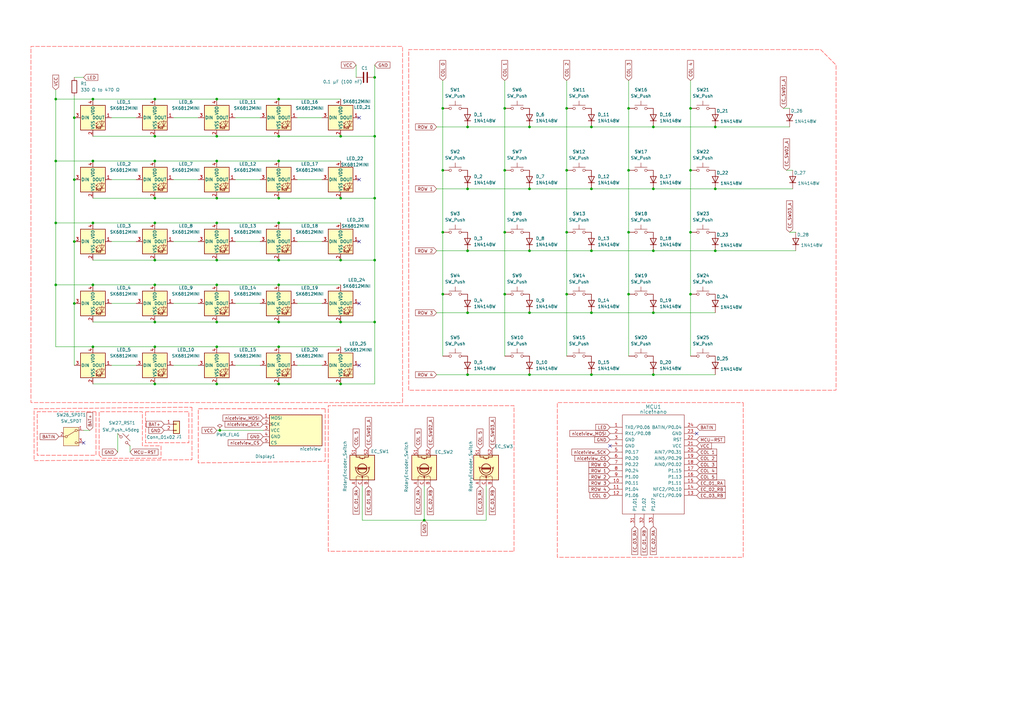
<source format=kicad_sch>
(kicad_sch (version 20250114) (generator "eeschema") (generator_version "9.0")
  (paper "A3")
  (title_block (title "lasipK's_ModuPad_v2"))
  (junction (at 232.41 95.25))
  (junction (at 114.3 132.08))
  (junction (at 217.17 52.07))
  (junction (at 191.77 153.67))
  (junction (at 63.5 81.28))
  (junction (at 88.9 157.48))
  (junction (at 114.3 116.84))
  (junction (at 114.3 66.04))
  (junction (at 207.01 44.45))
  (junction (at 139.7 106.68))
  (junction (at 88.9 106.68))
  (junction (at 232.41 44.45))
  (junction (at 242.57 153.67))
  (junction (at 63.5 91.44))
  (junction (at 88.9 132.08))
  (junction (at 242.57 128.27))
  (junction (at 63.5 66.04))
  (junction (at 181.61 95.25))
  (junction (at 88.9 116.84))
  (junction (at 114.3 106.68))
  (junction (at 153.67 106.68))
  (junction (at 257.81 44.45))
  (junction (at 88.9 81.28))
  (junction (at 114.3 55.88))
  (junction (at 63.5 157.48))
  (junction (at 257.81 69.85))
  (junction (at 63.5 132.08))
  (junction (at 181.61 44.45))
  (junction (at 22.86 40.64))
  (junction (at 267.97 153.67))
  (junction (at 173.99 213.36))
  (junction (at 139.7 157.48))
  (junction (at 283.21 95.25))
  (junction (at 207.01 69.85))
  (junction (at 22.86 91.44))
  (junction (at 63.5 40.64))
  (junction (at 88.9 91.44))
  (junction (at 153.67 132.08))
  (junction (at 88.9 142.24))
  (junction (at 267.97 52.07))
  (junction (at 38.1 142.24))
  (junction (at 217.17 102.87))
  (junction (at 232.41 69.85))
  (junction (at 139.7 55.88))
  (junction (at 38.1 91.44))
  (junction (at 293.37 102.87))
  (junction (at 63.5 116.84))
  (junction (at 153.67 31.75))
  (junction (at 257.81 120.65))
  (junction (at 283.21 120.65))
  (junction (at 267.97 128.27))
  (junction (at 153.67 55.88))
  (junction (at 191.77 77.47))
  (junction (at 242.57 77.47))
  (junction (at 267.97 102.87))
  (junction (at 22.86 116.84))
  (junction (at 181.61 120.65))
  (junction (at 191.77 52.07))
  (junction (at 30.48 48.26))
  (junction (at 181.61 69.85))
  (junction (at 139.7 132.08))
  (junction (at 90.17 176.53))
  (junction (at 232.41 120.65))
  (junction (at 38.1 116.84))
  (junction (at 191.77 128.27))
  (junction (at 139.7 81.28))
  (junction (at 283.21 69.85))
  (junction (at 207.01 95.25))
  (junction (at 207.01 120.65))
  (junction (at 114.3 142.24))
  (junction (at 30.48 99.06))
  (junction (at 38.1 40.64))
  (junction (at 114.3 40.64))
  (junction (at 293.37 52.07))
  (junction (at 114.3 81.28))
  (junction (at 217.17 77.47))
  (junction (at 217.17 153.67))
  (junction (at 88.9 40.64))
  (junction (at 257.81 95.25))
  (junction (at 114.3 157.48))
  (junction (at 63.5 142.24))
  (junction (at 88.9 55.88))
  (junction (at 293.37 77.47))
  (junction (at 242.57 102.87))
  (junction (at 63.5 55.88))
  (junction (at 30.48 73.66))
  (junction (at 88.9 66.04))
  (junction (at 217.17 128.27))
  (junction (at 63.5 106.68))
  (junction (at 283.21 44.45))
  (junction (at 38.1 66.04))
  (junction (at 30.48 124.46))
  (junction (at 153.67 81.28))
  (junction (at 191.77 102.87))
  (junction (at 267.97 77.47))
  (junction (at 22.86 66.04))
  (junction (at 242.57 52.07))
  (junction (at 114.3 91.44))
  (no_connect (at 147.32 48.26))
  (no_connect (at 250.19 182.88))
  (no_connect (at 34.29 181.61))
  (no_connect (at 147.32 73.66))
  (no_connect (at 147.32 124.46))
  (no_connect (at 147.32 149.86))
  (no_connect (at 285.75 177.8))
  (no_connect (at 147.32 99.06))
  (wire (pts (xy 267.97 52.07) (xy 293.37 52.07)))
  (wire (pts (xy 293.37 102.87) (xy 326.39 102.87)))
  (wire (pts (xy 181.61 69.85) (xy 181.61 95.25)))
  (wire (pts (xy 153.67 106.68) (xy 153.67 81.28)))
  (wire (pts (xy 283.21 69.85) (xy 283.21 95.25)))
  (wire (pts (xy 63.5 142.24) (xy 38.1 142.24)))
  (wire (pts (xy 114.3 66.04) (xy 88.9 66.04)))
  (wire (pts (xy 36.83 176.53) (xy 34.29 176.53)))
  (wire (pts (xy 71.12 99.06) (xy 81.28 99.06)))
  (wire (pts (xy 139.7 91.44) (xy 114.3 91.44)))
  (wire (pts (xy 217.17 52.07) (xy 242.57 52.07)))
  (wire (pts (xy 114.3 40.64) (xy 139.7 40.64)))
  (wire (pts (xy 45.72 149.86) (xy 55.88 149.86)))
  (wire (pts (xy 96.52 124.46) (xy 106.68 124.46)))
  (wire (pts (xy 181.61 44.45) (xy 181.61 69.85)))
  (wire (pts (xy 38.1 40.64) (xy 63.5 40.64)))
  (wire (pts (xy 139.7 132.08) (xy 153.67 132.08)))
  (wire (pts (xy 146.05 26.67) (xy 146.05 31.75)))
  (wire (pts (xy 325.12 69.85) (xy 322.58 69.85)))
  (wire (pts (xy 38.1 66.04) (xy 22.86 66.04)))
  (wire (pts (xy 96.52 73.66) (xy 106.68 73.66)))
  (wire (pts (xy 293.37 52.07) (xy 323.85 52.07)))
  (wire (pts (xy 217.17 102.87) (xy 242.57 102.87)))
  (wire (pts (xy 88.9 81.28) (xy 114.3 81.28)))
  (wire (pts (xy 88.9 55.88) (xy 114.3 55.88)))
  (wire (pts (xy 38.1 142.24) (xy 22.86 142.24)))
  (wire (pts (xy 153.67 157.48) (xy 153.67 132.08)))
  (wire (pts (xy 30.48 39.37) (xy 30.48 48.26)))
  (wire (pts (xy 207.01 120.65) (xy 207.01 146.05)))
  (wire (pts (xy 121.92 149.86) (xy 132.08 149.86)))
  (wire (pts (xy 257.81 44.45) (xy 257.81 69.85)))
  (wire (pts (xy 38.1 91.44) (xy 22.86 91.44)))
  (wire (pts (xy 22.86 116.84) (xy 22.86 91.44)))
  (wire (pts (xy 267.97 102.87) (xy 293.37 102.87)))
  (wire (pts (xy 207.01 69.85) (xy 207.01 95.25)))
  (wire (pts (xy 88.9 106.68) (xy 114.3 106.68)))
  (wire (pts (xy 139.7 142.24) (xy 114.3 142.24)))
  (wire (pts (xy 90.17 176.53) (xy 107.95 176.53)))
  (wire (pts (xy 121.92 99.06) (xy 132.08 99.06)))
  (wire (pts (xy 30.48 124.46) (xy 30.48 149.86)))
  (wire (pts (xy 139.7 157.48) (xy 153.67 157.48)))
  (wire (pts (xy 22.86 66.04) (xy 22.86 40.64)))
  (wire (pts (xy 71.12 73.66) (xy 81.28 73.66)))
  (wire (pts (xy 63.5 81.28) (xy 88.9 81.28)))
  (wire (pts (xy 63.5 91.44) (xy 38.1 91.44)))
  (wire (pts (xy 232.41 44.45) (xy 232.41 69.85)))
  (wire (pts (xy 326.39 95.25) (xy 323.85 95.25)))
  (wire (pts (xy 30.48 99.06) (xy 30.48 124.46)))
  (wire (pts (xy 121.92 48.26) (xy 132.08 48.26)))
  (wire (pts (xy 148.59 199.39) (xy 148.59 213.36)))
  (wire (pts (xy 191.77 77.47) (xy 217.17 77.47)))
  (wire (pts (xy 181.61 120.65) (xy 181.61 146.05)))
  (wire (pts (xy 96.52 149.86) (xy 106.68 149.86)))
  (wire (pts (xy 181.61 95.25) (xy 181.61 120.65)))
  (wire (pts (xy 38.1 157.48) (xy 63.5 157.48)))
  (wire (pts (xy 267.97 77.47) (xy 293.37 77.47)))
  (wire (pts (xy 114.3 157.48) (xy 139.7 157.48)))
  (wire (pts (xy 63.5 55.88) (xy 88.9 55.88)))
  (wire (pts (xy 88.9 176.53) (xy 90.17 176.53)))
  (wire (pts (xy 283.21 44.45) (xy 283.21 69.85)))
  (wire (pts (xy 191.77 52.07) (xy 217.17 52.07)))
  (wire (pts (xy 232.41 95.25) (xy 232.41 120.65)))
  (wire (pts (xy 139.7 66.04) (xy 114.3 66.04)))
  (wire (pts (xy 191.77 102.87) (xy 217.17 102.87)))
  (wire (pts (xy 114.3 81.28) (xy 139.7 81.28)))
  (wire (pts (xy 114.3 142.24) (xy 88.9 142.24)))
  (wire (pts (xy 63.5 40.64) (xy 88.9 40.64)))
  (wire (pts (xy 173.99 199.39) (xy 173.99 213.36)))
  (wire (pts (xy 267.97 153.67) (xy 293.37 153.67)))
  (wire (pts (xy 191.77 153.67) (xy 217.17 153.67)))
  (wire (pts (xy 153.67 26.67) (xy 153.67 31.75)))
  (wire (pts (xy 45.72 48.26) (xy 55.88 48.26)))
  (wire (pts (xy 267.97 128.27) (xy 293.37 128.27)))
  (wire (pts (xy 121.92 73.66) (xy 132.08 73.66)))
  (wire (pts (xy 179.07 128.27) (xy 191.77 128.27)))
  (wire (pts (xy 283.21 95.25) (xy 283.21 120.65)))
  (wire (pts (xy 63.5 116.84) (xy 38.1 116.84)))
  (wire (pts (xy 114.3 132.08) (xy 139.7 132.08)))
  (wire (pts (xy 88.9 40.64) (xy 114.3 40.64)))
  (wire (pts (xy 22.86 36.83) (xy 22.86 40.64)))
  (wire (pts (xy 38.1 132.08) (xy 63.5 132.08)))
  (wire (pts (xy 217.17 153.67) (xy 242.57 153.67)))
  (wire (pts (xy 207.01 33.02) (xy 207.01 44.45)))
  (wire (pts (xy 283.21 33.02) (xy 283.21 44.45)))
  (wire (pts (xy 179.07 52.07) (xy 191.77 52.07)))
  (wire (pts (xy 48.26 177.8) (xy 48.26 185.42)))
  (wire (pts (xy 257.81 120.65) (xy 257.81 146.05)))
  (wire (pts (xy 88.9 142.24) (xy 63.5 142.24)))
  (wire (pts (xy 38.1 81.28) (xy 63.5 81.28)))
  (wire (pts (xy 45.72 73.66) (xy 55.88 73.66)))
  (wire (pts (xy 139.7 116.84) (xy 114.3 116.84)))
  (wire (pts (xy 88.9 91.44) (xy 63.5 91.44)))
  (wire (pts (xy 22.86 91.44) (xy 22.86 66.04)))
  (wire (pts (xy 22.86 142.24) (xy 22.86 116.84)))
  (wire (pts (xy 179.07 77.47) (xy 191.77 77.47)))
  (wire (pts (xy 45.72 99.06) (xy 55.88 99.06)))
  (wire (pts (xy 53.34 182.88) (xy 53.34 185.42)))
  (wire (pts (xy 38.1 116.84) (xy 22.86 116.84)))
  (wire (pts (xy 38.1 106.68) (xy 63.5 106.68)))
  (wire (pts (xy 22.86 40.64) (xy 38.1 40.64)))
  (wire (pts (xy 283.21 120.65) (xy 283.21 146.05)))
  (wire (pts (xy 63.5 157.48) (xy 88.9 157.48)))
  (wire (pts (xy 321.31 44.45) (xy 323.85 44.45)))
  (wire (pts (xy 242.57 153.67) (xy 267.97 153.67)))
  (wire (pts (xy 63.5 132.08) (xy 88.9 132.08)))
  (wire (pts (xy 30.48 73.66) (xy 30.48 99.06)))
  (wire (pts (xy 114.3 116.84) (xy 88.9 116.84)))
  (wire (pts (xy 139.7 55.88) (xy 153.67 55.88)))
  (wire (pts (xy 153.67 132.08) (xy 153.67 106.68)))
  (wire (pts (xy 242.57 128.27) (xy 267.97 128.27)))
  (wire (pts (xy 217.17 128.27) (xy 242.57 128.27)))
  (wire (pts (xy 181.61 33.02) (xy 181.61 44.45)))
  (wire (pts (xy 114.3 91.44) (xy 88.9 91.44)))
  (wire (pts (xy 88.9 66.04) (xy 63.5 66.04)))
  (wire (pts (xy 88.9 132.08) (xy 114.3 132.08)))
  (wire (pts (xy 179.07 153.67) (xy 191.77 153.67)))
  (wire (pts (xy 242.57 102.87) (xy 267.97 102.87)))
  (wire (pts (xy 207.01 95.25) (xy 207.01 120.65)))
  (wire (pts (xy 207.01 44.45) (xy 207.01 69.85)))
  (wire (pts (xy 242.57 52.07) (xy 267.97 52.07)))
  (wire (pts (xy 45.72 124.46) (xy 55.88 124.46)))
  (wire (pts (xy 63.5 106.68) (xy 88.9 106.68)))
  (wire (pts (xy 153.67 31.75) (xy 153.67 55.88)))
  (wire (pts (xy 199.39 213.36) (xy 173.99 213.36)))
  (wire (pts (xy 88.9 157.48) (xy 114.3 157.48)))
  (wire (pts (xy 148.59 213.36) (xy 173.99 213.36)))
  (wire (pts (xy 121.92 124.46) (xy 132.08 124.46)))
  (wire (pts (xy 63.5 66.04) (xy 38.1 66.04)))
  (wire (pts (xy 114.3 55.88) (xy 139.7 55.88)))
  (wire (pts (xy 139.7 106.68) (xy 153.67 106.68)))
  (wire (pts (xy 30.48 48.26) (xy 30.48 73.66)))
  (wire (pts (xy 96.52 48.26) (xy 106.68 48.26)))
  (wire (pts (xy 114.3 106.68) (xy 139.7 106.68)))
  (wire (pts (xy 257.81 33.02) (xy 257.81 44.45)))
  (wire (pts (xy 232.41 69.85) (xy 232.41 95.25)))
  (wire (pts (xy 71.12 124.46) (xy 81.28 124.46)))
  (wire (pts (xy 71.12 48.26) (xy 81.28 48.26)))
  (wire (pts (xy 179.07 102.87) (xy 191.77 102.87)))
  (wire (pts (xy 232.41 33.02) (xy 232.41 44.45)))
  (wire (pts (xy 34.29 31.75) (xy 30.48 31.75)))
  (wire (pts (xy 96.52 99.06) (xy 106.68 99.06)))
  (wire (pts (xy 191.77 128.27) (xy 217.17 128.27)))
  (wire (pts (xy 153.67 81.28) (xy 153.67 55.88)))
  (wire (pts (xy 242.57 77.47) (xy 267.97 77.47)))
  (wire (pts (xy 139.7 81.28) (xy 153.67 81.28)))
  (wire (pts (xy 71.12 149.86) (xy 81.28 149.86)))
  (wire (pts (xy 293.37 77.47) (xy 325.12 77.47)))
  (wire (pts (xy 257.81 95.25) (xy 257.81 120.65)))
  (wire (pts (xy 88.9 116.84) (xy 63.5 116.84)))
  (wire (pts (xy 257.81 69.85) (xy 257.81 95.25)))
  (wire (pts (xy 38.1 55.88) (xy 63.5 55.88)))
  (wire (pts (xy 232.41 120.65) (xy 232.41 146.05)))
  (wire (pts (xy 199.39 199.39) (xy 199.39 213.36)))
  (wire (pts (xy 217.17 77.47) (xy 242.57 77.47)))
  (global_label "COL 5" (shape input) (at 146.05 184.15 90) (property "Intersheetrefs" "${INTERSHEET_REFS}" (effects (hide yes))))
  (global_label "COL 5" (shape input) (at 171.45 184.15 90) (property "Intersheetrefs" "${INTERSHEET_REFS}" (effects (hide yes))))
  (global_label "COL 3" (shape input) (at 257.81 33.02 90) (property "Intersheetrefs" "${INTERSHEET_REFS}" (effects (hide yes))))
  (global_label "COL 5" (shape input) (at 196.85 184.15 90) (property "Intersheetrefs" "${INTERSHEET_REFS}" (effects (hide yes))))
  (global_label "ROW 0" (shape input) (at 250.19 190.5 180) (property "Intersheetrefs" "${INTERSHEET_REFS}" (effects (hide yes))))
  (global_label "ROW 4" (shape input) (at 179.07 153.67 180) (property "Intersheetrefs" "${INTERSHEET_REFS}" (effects (hide yes))))
  (global_label "VCC" (shape input) (at 22.86 36.83 90) (property "Intersheetrefs" "${INTERSHEET_REFS}" (effects (hide yes))))
  (global_label "MCU-RST" (shape input) (at 285.75 180.34 0) (property "Intersheetrefs" "${INTERSHEET_REFS}" (effects (hide yes))))
  (global_label "EC_SW01_A" (shape input) (at 321.31 44.45 90) (property "Intersheetrefs" "${INTERSHEET_REFS}" (effects (hide yes))))
  (global_label "EC_03_RB" (shape input) (at 285.75 203.2 0) (property "Intersheetrefs" "${INTERSHEET_REFS}" (effects (hide yes))))
  (global_label "LED" (shape input) (at 250.19 175.26 180) (property "Intersheetrefs" "${INTERSHEET_REFS}" (effects (hide yes))))
  (global_label "EC_SW02_A" (shape input) (at 322.58 69.85 90) (property "Intersheetrefs" "${INTERSHEET_REFS}" (effects (hide yes))))
  (global_label "ROW 3" (shape input) (at 179.07 128.27 180) (property "Intersheetrefs" "${INTERSHEET_REFS}" (effects (hide yes))))
  (global_label "EC_02_RA" (shape input) (at 267.97 215.9 270) (property "Intersheetrefs" "${INTERSHEET_REFS}" (effects (hide yes))))
  (global_label "GND" (shape input) (at 250.19 180.34 180) (property "Intersheetrefs" "${INTERSHEET_REFS}" (effects (hide yes))))
  (global_label "COL 2" (shape input) (at 285.75 187.96 0) (property "Intersheetrefs" "${INTERSHEET_REFS}" (effects (hide yes))))
  (global_label "LED" (shape input) (at 34.29 31.75 0) (property "Intersheetrefs" "${INTERSHEET_REFS}" (effects (hide yes))))
  (global_label "EC_01_RB" (shape input) (at 151.13 199.39 270) (property "Intersheetrefs" "${INTERSHEET_REFS}" (effects (hide yes))))
  (global_label "BATIN" (shape input) (at 24.13 179.07 180) (property "Intersheetrefs" "${INTERSHEET_REFS}" (effects (hide yes))))
  (global_label "EC_01_RA" (shape input) (at 285.75 198.12 0) (property "Intersheetrefs" "${INTERSHEET_REFS}" (effects (hide yes))))
  (global_label "GND" (shape input) (at 153.67 26.67 0) (property "Intersheetrefs" "${INTERSHEET_REFS}" (effects (hide yes))))
  (global_label "EC_02_RB" (shape input) (at 285.75 200.66 0) (property "Intersheetrefs" "${INTERSHEET_REFS}" (effects (hide yes))))
  (global_label "EC_01_RA" (shape input) (at 146.05 199.39 270) (property "Intersheetrefs" "${INTERSHEET_REFS}" (effects (hide yes))))
  (global_label "BAT+" (shape input) (at 67.31 173.99 180) (property "Intersheetrefs" "${INTERSHEET_REFS}" (effects (hide yes))))
  (global_label "nice!view_MOSI" (shape input) (at 107.95 171.45 180) (property "Intersheetrefs" "${INTERSHEET_REFS}" (effects (hide yes))))
  (global_label "nice!view_CS" (shape input) (at 107.95 181.61 180) (property "Intersheetrefs" "${INTERSHEET_REFS}" (effects (hide yes))))
  (global_label "nice!view_SCK" (shape input) (at 107.95 173.99 180) (property "Intersheetrefs" "${INTERSHEET_REFS}" (effects (hide yes))))
  (global_label "ROW 0" (shape input) (at 179.07 52.07 180) (property "Intersheetrefs" "${INTERSHEET_REFS}" (effects (hide yes))))
  (global_label "ROW 3" (shape input) (at 250.19 198.12 180) (property "Intersheetrefs" "${INTERSHEET_REFS}" (effects (hide yes))))
  (global_label "nice!view_MOSI" (shape input) (at 250.19 177.8 180) (property "Intersheetrefs" "${INTERSHEET_REFS}" (effects (hide yes))))
  (global_label "EC_02_RB" (shape input) (at 176.53 199.39 270) (property "Intersheetrefs" "${INTERSHEET_REFS}" (effects (hide yes))))
  (global_label "GND" (shape input) (at 173.99 213.36 270) (property "Intersheetrefs" "${INTERSHEET_REFS}" (effects (hide yes))))
  (global_label "COL 5" (shape input) (at 285.75 195.58 0) (property "Intersheetrefs" "${INTERSHEET_REFS}" (effects (hide yes))))
  (global_label "MCU-RST" (shape input) (at 53.34 185.42 0) (property "Intersheetrefs" "${INTERSHEET_REFS}" (effects (hide yes))))
  (global_label "nice!view_CS" (shape input) (at 250.19 187.96 180) (property "Intersheetrefs" "${INTERSHEET_REFS}" (effects (hide yes))))
  (global_label "GND" (shape input) (at 107.95 179.07 180) (property "Intersheetrefs" "${INTERSHEET_REFS}" (effects (hide yes))))
  (global_label "COL 4" (shape input) (at 283.21 33.02 90) (property "Intersheetrefs" "${INTERSHEET_REFS}" (effects (hide yes))))
  (global_label "EC_SW03_A" (shape input) (at 323.85 95.25 90) (property "Intersheetrefs" "${INTERSHEET_REFS}" (effects (hide yes))))
  (global_label "EC_SW03_A" (shape input) (at 201.93 184.15 90) (property "Intersheetrefs" "${INTERSHEET_REFS}" (effects (hide yes))))
  (global_label "COL 4" (shape input) (at 285.75 193.04 0) (property "Intersheetrefs" "${INTERSHEET_REFS}" (effects (hide yes))))
  (global_label "BATIN" (shape input) (at 285.75 175.26 0) (property "Intersheetrefs" "${INTERSHEET_REFS}" (effects (hide yes))))
  (global_label "EC_SW02_A" (shape input) (at 176.53 184.15 90) (property "Intersheetrefs" "${INTERSHEET_REFS}" (effects (hide yes))))
  (global_label "BAT+" (shape input) (at 36.83 176.53 90) (property "Intersheetrefs" "${INTERSHEET_REFS}" (effects (hide yes))))
  (global_label "GND" (shape input) (at 67.31 176.53 180) (property "Intersheetrefs" "${INTERSHEET_REFS}" (effects (hide yes))))
  (global_label "COL 0" (shape input) (at 181.61 33.02 90) (property "Intersheetrefs" "${INTERSHEET_REFS}" (effects (hide yes))))
  (global_label "EC_03_RA" (shape input) (at 260.35 215.9 270) (property "Intersheetrefs" "${INTERSHEET_REFS}" (effects (hide yes))))
  (global_label "COL 0" (shape input) (at 250.19 203.2 180) (property "Intersheetrefs" "${INTERSHEET_REFS}" (effects (hide yes))))
  (global_label "VCC" (shape input) (at 285.75 182.88 0) (property "Intersheetrefs" "${INTERSHEET_REFS}" (effects (hide yes))))
  (global_label "ROW 1" (shape input) (at 250.19 193.04 180) (property "Intersheetrefs" "${INTERSHEET_REFS}" (effects (hide yes))))
  (global_label "EC_01_RB" (shape input) (at 264.16 215.9 270) (property "Intersheetrefs" "${INTERSHEET_REFS}" (effects (hide yes))))
  (global_label "COL 1" (shape input) (at 285.75 185.42 0) (property "Intersheetrefs" "${INTERSHEET_REFS}" (effects (hide yes))))
  (global_label "COL 1" (shape input) (at 207.01 33.02 90) (property "Intersheetrefs" "${INTERSHEET_REFS}" (effects (hide yes))))
  (global_label "ROW 1" (shape input) (at 179.07 77.47 180) (property "Intersheetrefs" "${INTERSHEET_REFS}" (effects (hide yes))))
  (global_label "COL 3" (shape input) (at 285.75 190.5 0) (property "Intersheetrefs" "${INTERSHEET_REFS}" (effects (hide yes))))
  (global_label "nice!view_SCK" (shape input) (at 250.19 185.42 180) (property "Intersheetrefs" "${INTERSHEET_REFS}" (effects (hide yes))))
  (global_label "GND" (shape input) (at 48.26 185.42 180) (property "Intersheetrefs" "${INTERSHEET_REFS}" (effects (hide yes))))
  (global_label "VCC" (shape input) (at 146.05 26.67 180) (property "Intersheetrefs" "${INTERSHEET_REFS}" (effects (hide yes))))
  (global_label "ROW 2" (shape input) (at 179.07 102.87 180) (property "Intersheetrefs" "${INTERSHEET_REFS}" (effects (hide yes))))
  (global_label "ROW 2" (shape input) (at 250.19 195.58 180) (property "Intersheetrefs" "${INTERSHEET_REFS}" (effects (hide yes))))
  (global_label "EC_03_RB" (shape input) (at 201.93 199.39 270) (property "Intersheetrefs" "${INTERSHEET_REFS}" (effects (hide yes))))
  (global_label "EC_03_RA" (shape input) (at 196.85 199.39 270) (property "Intersheetrefs" "${INTERSHEET_REFS}" (effects (hide yes))))
  (global_label "VCC" (shape input) (at 88.9 176.53 180) (property "Intersheetrefs" "${INTERSHEET_REFS}" (effects (hide yes))))
  (global_label "EC_SW01_A" (shape input) (at 151.13 184.15 90) (property "Intersheetrefs" "${INTERSHEET_REFS}" (effects (hide yes))))
  (global_label "COL 2" (shape input) (at 232.41 33.02 90) (property "Intersheetrefs" "${INTERSHEET_REFS}" (effects (hide yes))))
  (global_label "EC_02_RA" (shape input) (at 171.45 199.39 270) (property "Intersheetrefs" "${INTERSHEET_REFS}" (effects (hide yes))))
  (global_label "ROW 4" (shape input) (at 250.19 200.66 180) (property "Intersheetrefs" "${INTERSHEET_REFS}" (effects (hide yes))))
  (rule_area (polyline (pts (xy 210.82 226.06) (xy 210.82 166.37) (xy 134.62 166.37) (xy 134.62 226.06)) (stroke (width 0) (type dash))))
  (rule_area (polyline (pts (xy 165.1 165.1) (xy 165.1 19.05) (xy 12.7 19.05) (xy 12.7 165.1)) (stroke (width 0) (type dash))))
  (rule_area (polyline (pts (xy 39.37 168.91) (xy 39.37 186.69) (xy 15.24 186.69) (xy 15.24 168.91)) (stroke (width 0) (type dash))))
  (rule_area (polyline (pts (xy 40.64 186.69) (xy 40.64 168.91) (xy 57.15 168.91) (xy 58.42 168.91) (xy 58.42 182.88) (xy 66.04 182.88) (xy 66.04 187.96) (xy 41.91 187.96)) (stroke (width 0) (type dash))))
  (rule_area (polyline (pts (xy 304.8 165.1) (xy 304.8 228.6) (xy 228.6 228.6) (xy 228.6 165.1)) (stroke (width 0) (type dash))))
  (rule_area (polyline (pts (xy 167.64 160.02) (xy 167.64 20.32) (xy 336.55 20.32) (xy 342.9 26.67) (xy 342.9 160.02)) (stroke (width 0) (type dash))))
  (rule_area (polyline (pts (xy 78.74 167.005) (xy 78.74 188.595) (xy 13.97 188.9124) (xy 13.97 167.64)) (stroke (width 0) (type dash))))
  (rule_area (polyline (pts (xy 133.35 167.64) (xy 81.28 167.64) (xy 81.28 189.865) (xy 133.35 189.23)) (stroke (width 0) (type dash))))
  (rule_area (polyline (pts (xy 59.69 168.91) (xy 59.69 181.61) (xy 77.47 181.61) (xy 77.47 168.91)) (stroke (width 0) (type dash))))
  (symbol (lib_id "LED:SK6812MINI") (at 88.9 149.86 0) (unit 1)
    (property "Reference" "LED_15" (at 101.6 143.4398 0))
    (property "Value" "SK6812MINI" (at 101.6 145.9798 0))
    (property "Footprint" "SK6812MINI-E:SK6812MINI-E" (effects (hide yes)))
    (property "Datasheet" "https://cdn-shop.adafruit.com/product-files/2686/SK6812MINI_REV.01-1-2.pdf" (effects (hide yes)))
    (property "Description" "RGB LED with integrated controller" (effects (hide yes)))
  )
  (symbol (lib_id "Diode:1N4148W") (at 242.57 124.46 90) (unit 1)
    (property "Reference" "D_14" (at 245.11 123.1899 90) (effects (justify right)))
    (property "Value" "1N4148W" (at 245.11 125.7299 90) (effects (justify right)))
    (property "Footprint" "Diode_SMD:D_SOD-123" (effects (hide yes)))
    (property "Datasheet" "https://www.vishay.com/docs/85748/1n4148w.pdf" (effects (hide yes)))
    (property "Description" "75V 0.15A Fast Switching Diode, SOD-123" (effects (hide yes)))
    (property "Sim.Device" "D" (effects (hide yes)))
    (property "Sim.Pins" "1=K 2=A" (effects (hide yes)))
  )
  (symbol (lib_id "Diode:1N4148W") (at 217.17 48.26 90) (unit 1)
    (property "Reference" "D_6" (at 219.71 46.9899 90) (effects (justify right)))
    (property "Value" "1N4148W" (at 219.71 49.5299 90) (effects (justify right)))
    (property "Footprint" "Diode_SMD:D_SOD-123" (effects (hide yes)))
    (property "Datasheet" "https://www.vishay.com/docs/85748/1n4148w.pdf" (effects (hide yes)))
    (property "Description" "75V 0.15A Fast Switching Diode, SOD-123" (effects (hide yes)))
    (property "Sim.Device" "D" (effects (hide yes)))
    (property "Sim.Pins" "1=K 2=A" (effects (hide yes)))
  )
  (symbol (lib_id "Diode:1N4148W") (at 217.17 124.46 90) (unit 1)
    (property "Reference" "D_9" (at 219.71 123.1899 90) (effects (justify right)))
    (property "Value" "1N4148W" (at 219.71 125.7299 90) (effects (justify right)))
    (property "Footprint" "Diode_SMD:D_SOD-123" (effects (hide yes)))
    (property "Datasheet" "https://www.vishay.com/docs/85748/1n4148w.pdf" (effects (hide yes)))
    (property "Description" "75V 0.15A Fast Switching Diode, SOD-123" (effects (hide yes)))
    (property "Sim.Device" "D" (effects (hide yes)))
    (property "Sim.Pins" "1=K 2=A" (effects (hide yes)))
  )
  (symbol (lib_id "Switch:SW_Push") (at 186.69 95.25 0) (unit 1)
    (property "Reference" "SW3" (at 186.69 87.63 0))
    (property "Value" "SW_Push" (at 186.69 90.17 0))
    (property "Footprint" "MX-Style-Cherry-Switches-with-Kilah-HotSwap-Socket:SW_MX_HS_CPG151101S11_1u" (effects (hide yes)))
    (property "Description" "Push button switch, generic, two pins" (effects (hide yes)))
  )
  (symbol (lib_id "Diode:1N4148W") (at 242.57 73.66 90) (unit 1)
    (property "Reference" "D_12" (at 245.11 72.3899 90) (effects (justify right)))
    (property "Value" "1N4148W" (at 245.11 74.9299 90) (effects (justify right)))
    (property "Footprint" "Diode_SMD:D_SOD-123" (effects (hide yes)))
    (property "Datasheet" "https://www.vishay.com/docs/85748/1n4148w.pdf" (effects (hide yes)))
    (property "Description" "75V 0.15A Fast Switching Diode, SOD-123" (effects (hide yes)))
    (property "Sim.Device" "D" (effects (hide yes)))
    (property "Sim.Pins" "1=K 2=A" (effects (hide yes)))
  )
  (symbol (lib_id "Switch:SW_Push") (at 237.49 69.85 0) (unit 1)
    (property "Reference" "SW12" (at 237.49 62.23 0))
    (property "Value" "SW_Push" (at 237.49 64.77 0))
    (property "Footprint" "MX-Style-Cherry-Switches-with-Kilah-HotSwap-Socket:SW_MX_HS_CPG151101S11_1u" (effects (hide yes)))
    (property "Description" "Push button switch, generic, two pins" (effects (hide yes)))
  )
  (symbol (lib_id "LED:SK6812MINI") (at 139.7 99.06 0) (unit 1)
    (property "Reference" "LED_23" (at 145.796 90.17 0))
    (property "Value" "SK6812MINI" (at 145.796 92.71 0))
    (property "Footprint" "SK6812MINI-E:SK6812MINI-E" (effects (hide yes)))
    (property "Datasheet" "https://cdn-shop.adafruit.com/product-files/2686/SK6812MINI_REV.01-1-2.pdf" (effects (hide yes)))
    (property "Description" "RGB LED with integrated controller" (effects (hide yes)))
  )
  (symbol (lib_id "Switch:SW_Push") (at 262.89 95.25 0) (unit 1)
    (property "Reference" "SW18" (at 262.89 87.63 0))
    (property "Value" "SW_Push" (at 262.89 90.17 0))
    (property "Footprint" "MX-Style-Cherry-Switches-with-Kilah-HotSwap-Socket:SW_MX_HS_CPG151101S11_1u" (effects (hide yes)))
    (property "Description" "Push button switch, generic, two pins" (effects (hide yes)))
  )
  (symbol (lib_id "Switch:SW_Push") (at 186.69 146.05 0) (unit 1)
    (property "Reference" "SW5" (at 186.69 138.43 0))
    (property "Value" "SW_Push" (at 186.69 140.97 0))
    (property "Footprint" "MX-Style-Cherry-Switches-with-Kilah-HotSwap-Socket:SW_MX_HS_CPG151101S11_1u" (effects (hide yes)))
    (property "Description" "Push button switch, generic, two pins" (effects (hide yes)))
  )
  (symbol (lib_id "Diode:1N4148W") (at 217.17 99.06 90) (unit 1)
    (property "Reference" "D_8" (at 219.71 97.7899 90) (effects (justify right)))
    (property "Value" "1N4148W" (at 219.71 100.3299 90) (effects (justify right)))
    (property "Footprint" "Diode_SMD:D_SOD-123" (effects (hide yes)))
    (property "Datasheet" "https://www.vishay.com/docs/85748/1n4148w.pdf" (effects (hide yes)))
    (property "Description" "75V 0.15A Fast Switching Diode, SOD-123" (effects (hide yes)))
    (property "Sim.Device" "D" (effects (hide yes)))
    (property "Sim.Pins" "1=K 2=A" (effects (hide yes)))
  )
  (symbol (lib_id "Switch:SW_Push") (at 288.29 146.05 0) (unit 1)
    (property "Reference" "SW25" (at 288.29 138.43 0))
    (property "Value" "SW_Push" (at 288.29 140.97 0))
    (property "Footprint" "MX-Style-Cherry-Switches-with-Kilah-HotSwap-Socket:SW_MX_HS_CPG151101S11_1u" (effects (hide yes)))
    (property "Description" "Push button switch, generic, two pins" (effects (hide yes)))
  )
  (symbol (lib_id "Diode:1N4148W") (at 323.85 48.26 90) (unit 1)
    (property "Reference" "D_26" (at 324.358 45.466 90) (effects (justify right)))
    (property "Value" "1N4148W" (at 325.882 49.784 90) (effects (justify right)))
    (property "Footprint" "Diode_SMD:D_SOD-123" (effects (hide yes)))
    (property "Datasheet" "https://www.vishay.com/docs/85748/1n4148w.pdf" (effects (hide yes)))
    (property "Description" "75V 0.15A Fast Switching Diode, SOD-123" (effects (hide yes)))
    (property "Sim.Device" "D" (effects (hide yes)))
    (property "Sim.Pins" "1=K 2=A" (effects (hide yes)))
  )
  (symbol (lib_id "Diode:1N4148W") (at 293.37 48.26 90) (unit 1)
    (property "Reference" "D_21" (at 293.878 45.466 90) (effects (justify right)))
    (property "Value" "1N4148W" (at 295.402 49.784 90) (effects (justify right)))
    (property "Footprint" "Diode_SMD:D_SOD-123" (effects (hide yes)))
    (property "Datasheet" "https://www.vishay.com/docs/85748/1n4148w.pdf" (effects (hide yes)))
    (property "Description" "75V 0.15A Fast Switching Diode, SOD-123" (effects (hide yes)))
    (property "Sim.Device" "D" (effects (hide yes)))
    (property "Sim.Pins" "1=K 2=A" (effects (hide yes)))
  )
  (symbol (lib_id "Switch:SW_Push") (at 212.09 120.65 0) (unit 1)
    (property "Reference" "SW9" (at 212.09 113.03 0))
    (property "Value" "SW_Push" (at 212.09 115.57 0))
    (property "Footprint" "MX-Style-Cherry-Switches-with-Kilah-HotSwap-Socket:SW_MX_HS_CPG151101S11_1u" (effects (hide yes)))
    (property "Description" "Push button switch, generic, two pins" (effects (hide yes)))
  )
  (symbol (lib_id "Device:RotaryEncoder_Switch") (at 199.39 191.77 90) (unit 1)
    (property "Reference" "EC_SW3" (at 202.946 183.134 90) (effects (justify right)))
    (property "Value" "RotaryEncoder_Switch" (at 193.04 180.848 0) (effects (justify right)))
    (property "Footprint" "Encoders_Push-Buttons:RotaryEncoder_Alps_EC11E-Switch_Vertical_H20mm_CircularMountingHoles" (effects (hide yes)))
    (property "Description" "Rotary encoder, dual channel, incremental quadrate outputs, with switch" (effects (hide yes)))
  )
  (symbol (lib_id "Diode:1N4148W") (at 217.17 149.86 90) (unit 1)
    (property "Reference" "D_10" (at 219.71 148.5899 90) (effects (justify right)))
    (property "Value" "1N4148W" (at 219.71 151.1299 90) (effects (justify right)))
    (property "Footprint" "Diode_SMD:D_SOD-123" (effects (hide yes)))
    (property "Datasheet" "https://www.vishay.com/docs/85748/1n4148w.pdf" (effects (hide yes)))
    (property "Description" "75V 0.15A Fast Switching Diode, SOD-123" (effects (hide yes)))
    (property "Sim.Device" "D" (effects (hide yes)))
    (property "Sim.Pins" "1=K 2=A" (effects (hide yes)))
  )
  (symbol (lib_id "Device:C") (at 149.86 31.75 90) (unit 1)
    (property "Reference" "C1" (at 150.876 27.94 90) (effects (justify left)))
    (property "Value" "0.1 µF (100 nF)" (at 148.59 33.528 90) (effects (justify left)))
    (property "Footprint" "Capacitor_SMD:C_0603_1608Metric" (effects (hide yes)))
    (property "Description" "Unpolarized capacitor" (effects (hide yes)))
  )
  (symbol (lib_id "Diode:1N4148W") (at 217.17 73.66 90) (unit 1)
    (property "Reference" "D_7" (at 219.71 72.3899 90) (effects (justify right)))
    (property "Value" "1N4148W" (at 219.71 74.9299 90) (effects (justify right)))
    (property "Footprint" "Diode_SMD:D_SOD-123" (effects (hide yes)))
    (property "Datasheet" "https://www.vishay.com/docs/85748/1n4148w.pdf" (effects (hide yes)))
    (property "Description" "75V 0.15A Fast Switching Diode, SOD-123" (effects (hide yes)))
    (property "Sim.Device" "D" (effects (hide yes)))
    (property "Sim.Pins" "1=K 2=A" (effects (hide yes)))
  )
  (symbol (lib_id "Switch:SW_Push") (at 212.09 95.25 0) (unit 1)
    (property "Reference" "SW8" (at 212.09 87.63 0))
    (property "Value" "SW_Push" (at 212.09 90.17 0))
    (property "Footprint" "MX-Style-Cherry-Switches-with-Kilah-HotSwap-Socket:SW_MX_HS_CPG151101S11_1u" (effects (hide yes)))
    (property "Description" "Push button switch, generic, two pins" (effects (hide yes)))
  )
  (symbol (lib_id "LED:SK6812MINI") (at 38.1 99.06 0) (unit 1)
    (property "Reference" "LED_3" (at 50.8 92.6398 0))
    (property "Value" "SK6812MINI" (at 50.8 95.1798 0))
    (property "Footprint" "SK6812MINI-E:SK6812MINI-E" (effects (hide yes)))
    (property "Datasheet" "https://cdn-shop.adafruit.com/product-files/2686/SK6812MINI_REV.01-1-2.pdf" (effects (hide yes)))
    (property "Description" "RGB LED with integrated controller" (effects (hide yes)))
  )
  (symbol (lib_id "Switch:SW_Push") (at 237.49 146.05 0) (unit 1)
    (property "Reference" "SW15" (at 237.49 138.43 0))
    (property "Value" "SW_Push" (at 237.49 140.97 0))
    (property "Footprint" "MX-Style-Cherry-Switches-with-Kilah-HotSwap-Socket:SW_MX_HS_CPG151101S11_1u" (effects (hide yes)))
    (property "Description" "Push button switch, generic, two pins" (effects (hide yes)))
  )
  (symbol (lib_id "LED:SK6812MINI") (at 88.9 124.46 0) (unit 1)
    (property "Reference" "LED_14" (at 101.6 118.0398 0))
    (property "Value" "SK6812MINI" (at 101.6 120.5798 0))
    (property "Footprint" "SK6812MINI-E:SK6812MINI-E" (effects (hide yes)))
    (property "Datasheet" "https://cdn-shop.adafruit.com/product-files/2686/SK6812MINI_REV.01-1-2.pdf" (effects (hide yes)))
    (property "Description" "RGB LED with integrated controller" (effects (hide yes)))
  )
  (symbol (lib_id "Diode:1N4148W") (at 326.39 99.06 90) (unit 1)
    (property "Reference" "D_28" (at 326.898 96.266 90) (effects (justify right)))
    (property "Value" "1N4148W" (at 328.422 100.584 90) (effects (justify right)))
    (property "Footprint" "Diode_SMD:D_SOD-123" (effects (hide yes)))
    (property "Datasheet" "https://www.vishay.com/docs/85748/1n4148w.pdf" (effects (hide yes)))
    (property "Description" "75V 0.15A Fast Switching Diode, SOD-123" (effects (hide yes)))
    (property "Sim.Device" "D" (effects (hide yes)))
    (property "Sim.Pins" "1=K 2=A" (effects (hide yes)))
  )
  (symbol (lib_id "Diode:1N4148W") (at 267.97 99.06 90) (unit 1)
    (property "Reference" "D_18" (at 270.51 97.7899 90) (effects (justify right)))
    (property "Value" "1N4148W" (at 270.51 100.3299 90) (effects (justify right)))
    (property "Footprint" "Diode_SMD:D_SOD-123" (effects (hide yes)))
    (property "Datasheet" "https://www.vishay.com/docs/85748/1n4148w.pdf" (effects (hide yes)))
    (property "Description" "75V 0.15A Fast Switching Diode, SOD-123" (effects (hide yes)))
    (property "Sim.Device" "D" (effects (hide yes)))
    (property "Sim.Pins" "1=K 2=A" (effects (hide yes)))
  )
  (symbol (lib_id "LED:SK6812MINI") (at 63.5 73.66 0) (unit 1)
    (property "Reference" "LED_7" (at 76.2 67.2398 0))
    (property "Value" "SK6812MINI" (at 76.2 69.7798 0))
    (property "Footprint" "SK6812MINI-E:SK6812MINI-E" (effects (hide yes)))
    (property "Datasheet" "https://cdn-shop.adafruit.com/product-files/2686/SK6812MINI_REV.01-1-2.pdf" (effects (hide yes)))
    (property "Description" "RGB LED with integrated controller" (effects (hide yes)))
  )
  (symbol (lib_id "LED:SK6812MINI") (at 139.7 124.46 0) (unit 1)
    (property "Reference" "LED_24" (at 146.304 114.808 0))
    (property "Value" "SK6812MINI" (at 146.304 117.348 0))
    (property "Footprint" "SK6812MINI-E:SK6812MINI-E" (effects (hide yes)))
    (property "Datasheet" "https://cdn-shop.adafruit.com/product-files/2686/SK6812MINI_REV.01-1-2.pdf" (effects (hide yes)))
    (property "Description" "RGB LED with integrated controller" (effects (hide yes)))
  )
  (symbol (lib_id "Diode:1N4148W") (at 293.37 73.66 90) (unit 1)
    (property "Reference" "D_22" (at 293.878 70.866 90) (effects (justify right)))
    (property "Value" "1N4148W" (at 295.402 75.184 90) (effects (justify right)))
    (property "Footprint" "Diode_SMD:D_SOD-123" (effects (hide yes)))
    (property "Datasheet" "https://www.vishay.com/docs/85748/1n4148w.pdf" (effects (hide yes)))
    (property "Description" "75V 0.15A Fast Switching Diode, SOD-123" (effects (hide yes)))
    (property "Sim.Device" "D" (effects (hide yes)))
    (property "Sim.Pins" "1=K 2=A" (effects (hide yes)))
  )
  (symbol (lib_id "Diode:1N4148W") (at 293.37 149.86 90) (unit 1)
    (property "Reference" "D_25" (at 293.878 147.066 90) (effects (justify right)))
    (property "Value" "1N4148W" (at 295.402 151.384 90) (effects (justify right)))
    (property "Footprint" "Diode_SMD:D_SOD-123" (effects (hide yes)))
    (property "Datasheet" "https://www.vishay.com/docs/85748/1n4148w.pdf" (effects (hide yes)))
    (property "Description" "75V 0.15A Fast Switching Diode, SOD-123" (effects (hide yes)))
    (property "Sim.Device" "D" (effects (hide yes)))
    (property "Sim.Pins" "1=K 2=A" (effects (hide yes)))
  )
  (symbol (lib_id "Switch:SW_Push") (at 262.89 69.85 0) (unit 1)
    (property "Reference" "SW17" (at 262.89 62.23 0))
    (property "Value" "SW_Push" (at 262.89 64.77 0))
    (property "Footprint" "MX-Style-Cherry-Switches-with-Kilah-HotSwap-Socket:SW_MX_HS_CPG151101S11_1u" (effects (hide yes)))
    (property "Description" "Push button switch, generic, two pins" (effects (hide yes)))
  )
  (symbol (lib_id "Diode:1N4148W") (at 191.77 149.86 90) (unit 1)
    (property "Reference" "D_5" (at 194.31 148.5899 90) (effects (justify right)))
    (property "Value" "1N4148W" (at 194.31 151.1299 90) (effects (justify right)))
    (property "Footprint" "Diode_SMD:D_SOD-123" (effects (hide yes)))
    (property "Datasheet" "https://www.vishay.com/docs/85748/1n4148w.pdf" (effects (hide yes)))
    (property "Description" "75V 0.15A Fast Switching Diode, SOD-123" (effects (hide yes)))
    (property "Sim.Device" "D" (effects (hide yes)))
    (property "Sim.Pins" "1=K 2=A" (effects (hide yes)))
  )
  (symbol (lib_id "LED:SK6812MINI") (at 88.9 73.66 0) (unit 1)
    (property "Reference" "LED_12" (at 101.6 67.2398 0))
    (property "Value" "SK6812MINI" (at 101.6 69.7798 0))
    (property "Footprint" "SK6812MINI-E:SK6812MINI-E" (effects (hide yes)))
    (property "Datasheet" "https://cdn-shop.adafruit.com/product-files/2686/SK6812MINI_REV.01-1-2.pdf" (effects (hide yes)))
    (property "Description" "RGB LED with integrated controller" (effects (hide yes)))
  )
  (symbol (lib_id "Switch:SW_Push") (at 186.69 44.45 0) (unit 1)
    (property "Reference" "SW1" (at 186.69 36.83 0))
    (property "Value" "SW_Push" (at 186.69 39.37 0))
    (property "Footprint" "MX-Style-Cherry-Switches-with-Kilah-HotSwap-Socket:SW_MX_HS_CPG151101S11_1u" (effects (hide yes)))
    (property "Description" "Push button switch, generic, two pins" (effects (hide yes)))
  )
  (symbol (lib_id "Switch:SW_Push") (at 237.49 95.25 0) (unit 1)
    (property "Reference" "SW13" (at 237.49 87.63 0))
    (property "Value" "SW_Push" (at 237.49 90.17 0))
    (property "Footprint" "MX-Style-Cherry-Switches-with-Kilah-HotSwap-Socket:SW_MX_HS_CPG151101S11_1u" (effects (hide yes)))
    (property "Description" "Push button switch, generic, two pins" (effects (hide yes)))
  )
  (symbol (lib_id "LED:SK6812MINI") (at 63.5 149.86 0) (unit 1)
    (property "Reference" "LED_10" (at 76.2 143.4398 0))
    (property "Value" "SK6812MINI" (at 76.2 145.9798 0))
    (property "Footprint" "SK6812MINI-E:SK6812MINI-E" (effects (hide yes)))
    (property "Datasheet" "https://cdn-shop.adafruit.com/product-files/2686/SK6812MINI_REV.01-1-2.pdf" (effects (hide yes)))
    (property "Description" "RGB LED with integrated controller" (effects (hide yes)))
  )
  (symbol (lib_id "Diode:1N4148W") (at 191.77 73.66 90) (unit 1)
    (property "Reference" "D_2" (at 194.31 72.3899 90) (effects (justify right)))
    (property "Value" "1N4148W" (at 194.31 74.9299 90) (effects (justify right)))
    (property "Footprint" "Diode_SMD:D_SOD-123" (effects (hide yes)))
    (property "Datasheet" "https://www.vishay.com/docs/85748/1n4148w.pdf" (effects (hide yes)))
    (property "Description" "75V 0.15A Fast Switching Diode, SOD-123" (effects (hide yes)))
    (property "Sim.Device" "D" (effects (hide yes)))
    (property "Sim.Pins" "1=K 2=A" (effects (hide yes)))
  )
  (symbol (lib_id "LED:SK6812MINI") (at 88.9 48.26 0) (unit 1)
    (property "Reference" "LED_11" (at 101.6 41.8398 0))
    (property "Value" "SK6812MINI" (at 101.6 44.3798 0))
    (property "Footprint" "SK6812MINI-E:SK6812MINI-E" (effects (hide yes)))
    (property "Datasheet" "https://cdn-shop.adafruit.com/product-files/2686/SK6812MINI_REV.01-1-2.pdf" (effects (hide yes)))
    (property "Description" "RGB LED with integrated controller" (effects (hide yes)))
  )
  (symbol (lib_id "Switch:SW_Push") (at 288.29 69.85 0) (unit 1)
    (property "Reference" "SW22" (at 288.29 62.23 0))
    (property "Value" "SW_Push" (at 288.29 64.77 0))
    (property "Footprint" "MX-Style-Cherry-Switches-with-Kilah-HotSwap-Socket:SW_MX_HS_CPG151101S11_1u" (effects (hide yes)))
    (property "Description" "Push button switch, generic, two pins" (effects (hide yes)))
  )
  (symbol (lib_id "power:PWR_FLAG") (at 90.17 176.53 0) (unit 1)
    (property "Reference" "#FLG01" (effects (hide yes)))
    (property "Value" "PWR_FLAG" (at 93.472 178.308 0))
    (property "Description" "Special symbol for telling ERC where power comes from" (effects (hide yes)))
  )
  (symbol (lib_id "LED:SK6812MINI") (at 38.1 73.66 0) (unit 1)
    (property "Reference" "LED_2" (at 50.8 67.2398 0))
    (property "Value" "SK6812MINI" (at 50.8 69.7798 0))
    (property "Footprint" "SK6812MINI-E:SK6812MINI-E" (effects (hide yes)))
    (property "Datasheet" "https://cdn-shop.adafruit.com/product-files/2686/SK6812MINI_REV.01-1-2.pdf" (effects (hide yes)))
    (property "Description" "RGB LED with integrated controller" (effects (hide yes)))
  )
  (symbol (lib_id "Switch:SW_Push") (at 237.49 44.45 0) (unit 1)
    (property "Reference" "SW11" (at 237.49 36.83 0))
    (property "Value" "SW_Push" (at 237.49 39.37 0))
    (property "Footprint" "MX-Style-Cherry-Switches-with-Kilah-HotSwap-Socket:SW_MX_HS_CPG151101S11_1u" (effects (hide yes)))
    (property "Description" "Push button switch, generic, two pins" (effects (hide yes)))
  )
  (symbol (lib_id "Switch:SW_Push") (at 262.89 120.65 0) (unit 1)
    (property "Reference" "SW19" (at 262.89 113.03 0))
    (property "Value" "SW_Push" (at 262.89 115.57 0))
    (property "Footprint" "MX-Style-Cherry-Switches-with-Kilah-HotSwap-Socket:SW_MX_HS_CPG151101S11_1u" (effects (hide yes)))
    (property "Description" "Push button switch, generic, two pins" (effects (hide yes)))
  )
  (symbol (lib_id "Switch:SW_Push") (at 212.09 146.05 0) (unit 1)
    (property "Reference" "SW10" (at 212.09 138.43 0))
    (property "Value" "SW_Push" (at 212.09 140.97 0))
    (property "Footprint" "MX-Style-Cherry-Switches-with-Kilah-HotSwap-Socket:SW_MX_HS_CPG151101S11_1u" (effects (hide yes)))
    (property "Description" "Push button switch, generic, two pins" (effects (hide yes)))
  )
  (symbol (lib_id "nice_view:nice!view") (at 120.65 176.53 270) (unit 1)
    (property "Reference" "Display1" (at 104.648 187.198 90) (effects (justify left)))
    (property "Value" "nice!view" (at 122.936 184.15 90) (effects (justify left)))
    (property "Footprint" "nice!view:nice_view" (effects (hide yes)))
    (property "Datasheet" "https://nicekeyboards.com/docs/nice-view/pinout-schematic" (effects (hide yes)))
    (property "Description" "Sharp LS011B7DH03 Memory in Pixel 160x68" (effects (hide yes)))
  )
  (symbol (lib_id "Switch:SW_Push") (at 262.89 146.05 0) (unit 1)
    (property "Reference" "SW20" (at 262.89 138.43 0))
    (property "Value" "SW_Push" (at 262.89 140.97 0))
    (property "Footprint" "MX-Style-Cherry-Switches-with-Kilah-HotSwap-Socket:SW_MX_HS_CPG151101S11_1u" (effects (hide yes)))
    (property "Description" "Push button switch, generic, two pins" (effects (hide yes)))
  )
  (symbol (lib_id "Switch:SW_Push") (at 288.29 44.45 0) (unit 1)
    (property "Reference" "SW21" (at 288.29 36.83 0))
    (property "Value" "SW_Push" (at 288.29 39.37 0))
    (property "Footprint" "MX-Style-Cherry-Switches-with-Kilah-HotSwap-Socket:SW_MX_HS_CPG151101S11_1u" (effects (hide yes)))
    (property "Description" "Push button switch, generic, two pins" (effects (hide yes)))
  )
  (symbol (lib_id "Switch:SW_Push") (at 212.09 69.85 0) (unit 1)
    (property "Reference" "SW7" (at 212.09 62.23 0))
    (property "Value" "SW_Push" (at 212.09 64.77 0))
    (property "Footprint" "MX-Style-Cherry-Switches-with-Kilah-HotSwap-Socket:SW_MX_HS_CPG151101S11_1u" (effects (hide yes)))
    (property "Description" "Push button switch, generic, two pins" (effects (hide yes)))
  )
  (symbol (lib_id "Diode:1N4148W") (at 242.57 149.86 90) (unit 1)
    (property "Reference" "D_15" (at 245.11 148.5899 90) (effects (justify right)))
    (property "Value" "1N4148W" (at 245.11 151.1299 90) (effects (justify right)))
    (property "Footprint" "Diode_SMD:D_SOD-123" (effects (hide yes)))
    (property "Datasheet" "https://www.vishay.com/docs/85748/1n4148w.pdf" (effects (hide yes)))
    (property "Description" "75V 0.15A Fast Switching Diode, SOD-123" (effects (hide yes)))
    (property "Sim.Device" "D" (effects (hide yes)))
    (property "Sim.Pins" "1=K 2=A" (effects (hide yes)))
  )
  (symbol (lib_id "nice_nano:nice_nano") (at 267.97 189.23 0) (unit 1)
    (property "Reference" "MCU1" (at 267.97 166.878 0) (effects (font (size 1.524 1.524))))
    (property "Value" "nice!nano" (at 267.97 168.91 0) (effects (font (size 1.524 1.524))))
    (property "Footprint" "nice!nano:nice_nano" (effects (hide yes)))
  )
  (symbol (lib_id "Switch:SW_Push") (at 288.29 120.65 0) (unit 1)
    (property "Reference" "SW24" (at 288.29 113.03 0))
    (property "Value" "SW_Push" (at 288.29 115.57 0))
    (property "Footprint" "MX-Style-Cherry-Switches-with-Kilah-HotSwap-Socket:SW_MX_HS_CPG151101S11_1u" (effects (hide yes)))
    (property "Description" "Push button switch, generic, two pins" (effects (hide yes)))
  )
  (symbol (lib_id "Diode:1N4148W") (at 191.77 99.06 90) (unit 1)
    (property "Reference" "D_3" (at 194.31 97.7899 90) (effects (justify right)))
    (property "Value" "1N4148W" (at 194.31 100.3299 90) (effects (justify right)))
    (property "Footprint" "Diode_SMD:D_SOD-123" (effects (hide yes)))
    (property "Datasheet" "https://www.vishay.com/docs/85748/1n4148w.pdf" (effects (hide yes)))
    (property "Description" "75V 0.15A Fast Switching Diode, SOD-123" (effects (hide yes)))
    (property "Sim.Device" "D" (effects (hide yes)))
    (property "Sim.Pins" "1=K 2=A" (effects (hide yes)))
  )
  (symbol (lib_id "LED:SK6812MINI") (at 63.5 124.46 0) (unit 1)
    (property "Reference" "LED_9" (at 76.2 118.0398 0))
    (property "Value" "SK6812MINI" (at 76.2 120.5798 0))
    (property "Footprint" "SK6812MINI-E:SK6812MINI-E" (effects (hide yes)))
    (property "Datasheet" "https://cdn-shop.adafruit.com/product-files/2686/SK6812MINI_REV.01-1-2.pdf" (effects (hide yes)))
    (property "Description" "RGB LED with integrated controller" (effects (hide yes)))
  )
  (symbol (lib_id "Switch:SW_Push") (at 262.89 44.45 0) (unit 1)
    (property "Reference" "SW16" (at 262.89 36.83 0))
    (property "Value" "SW_Push" (at 262.89 39.37 0))
    (property "Footprint" "MX-Style-Cherry-Switches-with-Kilah-HotSwap-Socket:SW_MX_HS_CPG151101S11_1u" (effects (hide yes)))
    (property "Description" "Push button switch, generic, two pins" (effects (hide yes)))
  )
  (symbol (lib_id "LED:SK6812MINI") (at 63.5 48.26 0) (unit 1)
    (property "Reference" "LED_6" (at 76.2 41.8398 0))
    (property "Value" "SK6812MINI" (at 76.2 44.3798 0))
    (property "Footprint" "SK6812MINI-E:SK6812MINI-E" (effects (hide yes)))
    (property "Datasheet" "https://cdn-shop.adafruit.com/product-files/2686/SK6812MINI_REV.01-1-2.pdf" (effects (hide yes)))
    (property "Description" "RGB LED with integrated controller" (effects (hide yes)))
  )
  (symbol (lib_id "LED:SK6812MINI") (at 139.7 149.86 0) (unit 1)
    (property "Reference" "LED_25" (at 146.812 140.97 0))
    (property "Value" "SK6812MINI" (at 146.812 143.51 0))
    (property "Footprint" "SK6812MINI-E:SK6812MINI-E" (effects (hide yes)))
    (property "Datasheet" "https://cdn-shop.adafruit.com/product-files/2686/SK6812MINI_REV.01-1-2.pdf" (effects (hide yes)))
    (property "Description" "RGB LED with integrated controller" (effects (hide yes)))
  )
  (symbol (lib_id "LED:SK6812MINI") (at 114.3 99.06 0) (unit 1)
    (property "Reference" "LED_18" (at 127 92.6398 0))
    (property "Value" "SK6812MINI" (at 127 95.1798 0))
    (property "Footprint" "SK6812MINI-E:SK6812MINI-E" (effects (hide yes)))
    (property "Datasheet" "https://cdn-shop.adafruit.com/product-files/2686/SK6812MINI_REV.01-1-2.pdf" (effects (hide yes)))
    (property "Description" "RGB LED with integrated controller" (effects (hide yes)))
  )
  (symbol (lib_id "Diode:1N4148W") (at 267.97 48.26 90) (unit 1)
    (property "Reference" "D_16" (at 270.51 46.9899 90) (effects (justify right)))
    (property "Value" "1N4148W" (at 270.51 49.5299 90) (effects (justify right)))
    (property "Footprint" "Diode_SMD:D_SOD-123" (effects (hide yes)))
    (property "Datasheet" "https://www.vishay.com/docs/85748/1n4148w.pdf" (effects (hide yes)))
    (property "Description" "75V 0.15A Fast Switching Diode, SOD-123" (effects (hide yes)))
    (property "Sim.Device" "D" (effects (hide yes)))
    (property "Sim.Pins" "1=K 2=A" (effects (hide yes)))
  )
  (symbol (lib_id "Diode:1N4148W") (at 293.37 99.06 90) (unit 1)
    (property "Reference" "D_23" (at 293.878 96.266 90) (effects (justify right)))
    (property "Value" "1N4148W" (at 295.402 100.584 90) (effects (justify right)))
    (property "Footprint" "Diode_SMD:D_SOD-123" (effects (hide yes)))
    (property "Datasheet" "https://www.vishay.com/docs/85748/1n4148w.pdf" (effects (hide yes)))
    (property "Description" "75V 0.15A Fast Switching Diode, SOD-123" (effects (hide yes)))
    (property "Sim.Device" "D" (effects (hide yes)))
    (property "Sim.Pins" "1=K 2=A" (effects (hide yes)))
  )
  (symbol (lib_id "Connector_Generic:Conn_01x02") (at 72.39 173.99 0) (unit 1)
    (property "Reference" "J1" (at 74.676 179.07 0) (effects (justify right)))
    (property "Value" "Conn_01x02" (at 71.882 179.324 0) (effects (justify right)))
    (property "Footprint" "Battery-Jack:JST_PH_S2B-PH-K_02x2.00mm_Angled" (effects (hide yes)))
    (property "Description" "Generic connector, single row, 01x02, script generated (kicad-library-utils/schlib/autogen/connector/)" (effects (hide yes)))
  )
  (symbol (lib_id "LED:SK6812MINI") (at 38.1 149.86 0) (unit 1)
    (property "Reference" "LED_5" (at 50.8 143.4398 0))
    (property "Value" "SK6812MINI" (at 50.8 145.9798 0))
    (property "Footprint" "SK6812MINI-E:SK6812MINI-E" (effects (hide yes)))
    (property "Datasheet" "https://cdn-shop.adafruit.com/product-files/2686/SK6812MINI_REV.01-1-2.pdf" (effects (hide yes)))
    (property "Description" "RGB LED with integrated controller" (effects (hide yes)))
  )
  (symbol (lib_id "LED:SK6812MINI") (at 139.7 73.66 0) (unit 1)
    (property "Reference" "LED_22" (at 145.542 65.024 0))
    (property "Value" "SK6812MINI" (at 145.542 67.564 0))
    (property "Footprint" "SK6812MINI-E:SK6812MINI-E" (effects (hide yes)))
    (property "Datasheet" "https://cdn-shop.adafruit.com/product-files/2686/SK6812MINI_REV.01-1-2.pdf" (effects (hide yes)))
    (property "Description" "RGB LED with integrated controller" (effects (hide yes)))
  )
  (symbol (lib_id "Switch:SW_Push") (at 186.69 69.85 0) (unit 1)
    (property "Reference" "SW2" (at 186.69 62.23 0))
    (property "Value" "SW_Push" (at 186.69 64.77 0))
    (property "Footprint" "MX-Style-Cherry-Switches-with-Kilah-HotSwap-Socket:SW_MX_HS_CPG151101S11_1u" (effects (hide yes)))
    (property "Description" "Push button switch, generic, two pins" (effects (hide yes)))
  )
  (symbol (lib_id "LED:SK6812MINI") (at 114.3 149.86 0) (unit 1)
    (property "Reference" "LED_20" (at 127 143.4398 0))
    (property "Value" "SK6812MINI" (at 127 145.9798 0))
    (property "Footprint" "SK6812MINI-E:SK6812MINI-E" (effects (hide yes)))
    (property "Datasheet" "https://cdn-shop.adafruit.com/product-files/2686/SK6812MINI_REV.01-1-2.pdf" (effects (hide yes)))
    (property "Description" "RGB LED with integrated controller" (effects (hide yes)))
  )
  (symbol (lib_id "LED:SK6812MINI") (at 38.1 48.26 0) (unit 1)
    (property "Reference" "LED_1" (at 50.8 41.8398 0))
    (property "Value" "SK6812MINI" (at 50.8 44.3798 0))
    (property "Footprint" "SK6812MINI-E:SK6812MINI-E" (effects (hide yes)))
    (property "Datasheet" "https://cdn-shop.adafruit.com/product-files/2686/SK6812MINI_REV.01-1-2.pdf" (effects (hide yes)))
    (property "Description" "RGB LED with integrated controller" (effects (hide yes)))
  )
  (symbol (lib_id "LED:SK6812MINI") (at 139.7 48.26 0) (unit 1)
    (property "Reference" "LED_21" (at 148.59 43.942 0))
    (property "Value" "SK6812MINI" (at 146.304 41.656 0))
    (property "Footprint" "SK6812MINI-E:SK6812MINI-E" (effects (hide yes)))
    (property "Datasheet" "https://cdn-shop.adafruit.com/product-files/2686/SK6812MINI_REV.01-1-2.pdf" (effects (hide yes)))
    (property "Description" "RGB LED with integrated controller" (effects (hide yes)))
  )
  (symbol (lib_id "Switch:SW_SPDT") (at 29.21 179.07 0) (unit 1)
    (property "Reference" "SW26_SPDT1" (at 29.21 170.18 0))
    (property "Value" "SW_SPDT" (at 29.21 172.72 0))
    (property "Footprint" "Power-Switch-Battery:SPDT_C128955" (effects (hide yes)))
    (property "Description" "Switch, single pole double throw" (effects (hide yes)))
  )
  (symbol (lib_id "Diode:1N4148W") (at 267.97 73.66 90) (unit 1)
    (property "Reference" "D_17" (at 270.51 72.3899 90) (effects (justify right)))
    (property "Value" "1N4148W" (at 270.51 74.9299 90) (effects (justify right)))
    (property "Footprint" "Diode_SMD:D_SOD-123" (effects (hide yes)))
    (property "Datasheet" "https://www.vishay.com/docs/85748/1n4148w.pdf" (effects (hide yes)))
    (property "Description" "75V 0.15A Fast Switching Diode, SOD-123" (effects (hide yes)))
    (property "Sim.Device" "D" (effects (hide yes)))
    (property "Sim.Pins" "1=K 2=A" (effects (hide yes)))
  )
  (symbol (lib_id "Switch:SW_Push") (at 288.29 95.25 0) (unit 1)
    (property "Reference" "SW23" (at 288.29 87.63 0))
    (property "Value" "SW_Push" (at 288.29 90.17 0))
    (property "Footprint" "MX-Style-Cherry-Switches-with-Kilah-HotSwap-Socket:SW_MX_HS_CPG151101S11_1u" (effects (hide yes)))
    (property "Description" "Push button switch, generic, two pins" (effects (hide yes)))
  )
  (symbol (lib_id "Switch:SW_Push") (at 186.69 120.65 0) (unit 1)
    (property "Reference" "SW4" (at 186.69 113.03 0))
    (property "Value" "SW_Push" (at 186.69 115.57 0))
    (property "Footprint" "MX-Style-Cherry-Switches-with-Kilah-HotSwap-Socket:SW_MX_HS_CPG151101S11_1u" (effects (hide yes)))
    (property "Description" "Push button switch, generic, two pins" (effects (hide yes)))
  )
  (symbol (lib_id "Diode:1N4148W") (at 267.97 124.46 90) (unit 1)
    (property "Reference" "D_19" (at 270.51 123.1899 90) (effects (justify right)))
    (property "Value" "1N4148W" (at 270.51 125.7299 90) (effects (justify right)))
    (property "Footprint" "Diode_SMD:D_SOD-123" (effects (hide yes)))
    (property "Datasheet" "https://www.vishay.com/docs/85748/1n4148w.pdf" (effects (hide yes)))
    (property "Description" "75V 0.15A Fast Switching Diode, SOD-123" (effects (hide yes)))
    (property "Sim.Device" "D" (effects (hide yes)))
    (property "Sim.Pins" "1=K 2=A" (effects (hide yes)))
  )
  (symbol (lib_id "Switch:SW_Push_45deg") (at 50.8 180.34 0) (unit 1)
    (property "Reference" "SW27_RST1" (at 50.038 173.482 0))
    (property "Value" "SW_Push_45deg" (at 49.53 176.276 0))
    (property "Footprint" "Button_Switch_SMD:Panasonic_EVQPUL_EVQPUC" (effects (hide yes)))
    (property "Description" "Push button switch, normally open, two pins, 45° tilted" (effects (hide yes)))
  )
  (symbol (lib_id "Device:RotaryEncoder_Switch") (at 173.99 191.77 90) (unit 1)
    (property "Reference" "EC_SW2" (at 182.118 185.42 90))
    (property "Value" "RotaryEncoder_Switch" (at 166.624 191.516 0))
    (property "Footprint" "Encoders_Push-Buttons:RotaryEncoder_Alps_EC11E-Switch_Vertical_H20mm_CircularMountingHoles" (effects (hide yes)))
    (property "Description" "Rotary encoder, dual channel, incremental quadrate outputs, with switch" (effects (hide yes)))
  )
  (symbol (lib_id "LED:SK6812MINI") (at 88.9 99.06 0) (unit 1)
    (property "Reference" "LED_13" (at 101.6 92.6398 0))
    (property "Value" "SK6812MINI" (at 101.6 95.1798 0))
    (property "Footprint" "SK6812MINI-E:SK6812MINI-E" (effects (hide yes)))
    (property "Datasheet" "https://cdn-shop.adafruit.com/product-files/2686/SK6812MINI_REV.01-1-2.pdf" (effects (hide yes)))
    (property "Description" "RGB LED with integrated controller" (effects (hide yes)))
  )
  (symbol (lib_id "Diode:1N4148W") (at 191.77 124.46 90) (unit 1)
    (property "Reference" "D_4" (at 194.31 123.1899 90) (effects (justify right)))
    (property "Value" "1N4148W" (at 194.31 125.7299 90) (effects (justify right)))
    (property "Footprint" "Diode_SMD:D_SOD-123" (effects (hide yes)))
    (property "Datasheet" "https://www.vishay.com/docs/85748/1n4148w.pdf" (effects (hide yes)))
    (property "Description" "75V 0.15A Fast Switching Diode, SOD-123" (effects (hide yes)))
    (property "Sim.Device" "D" (effects (hide yes)))
    (property "Sim.Pins" "1=K 2=A" (effects (hide yes)))
  )
  (symbol (lib_id "Switch:SW_Push") (at 212.09 44.45 0) (unit 1)
    (property "Reference" "SW6" (at 212.09 36.83 0))
    (property "Value" "SW_Push" (at 212.09 39.37 0))
    (property "Footprint" "MX-Style-Cherry-Switches-with-Kilah-HotSwap-Socket:SW_MX_HS_CPG151101S11_1u" (effects (hide yes)))
    (property "Description" "Push button switch, generic, two pins" (effects (hide yes)))
  )
  (symbol (lib_id "Diode:1N4148W") (at 191.77 48.26 90) (unit 1)
    (property "Reference" "D_1" (at 194.31 46.9899 90) (effects (justify right)))
    (property "Value" "1N4148W" (at 194.31 49.5299 90) (effects (justify right)))
    (property "Footprint" "Diode_SMD:D_SOD-123" (effects (hide yes)))
    (property "Datasheet" "https://www.vishay.com/docs/85748/1n4148w.pdf" (effects (hide yes)))
    (property "Description" "75V 0.15A Fast Switching Diode, SOD-123" (effects (hide yes)))
    (property "Sim.Device" "D" (effects (hide yes)))
    (property "Sim.Pins" "1=K 2=A" (effects (hide yes)))
  )
  (symbol (lib_id "Device:RotaryEncoder_Switch") (at 148.59 191.77 90) (unit 1)
    (property "Reference" "EC_SW1" (at 152.146 185.166 90) (effects (justify right)))
    (property "Value" "RotaryEncoder_Switch" (at 141.478 201.676 0) (effects (justify left)))
    (property "Footprint" "Encoders_Push-Buttons:RotaryEncoder_Alps_EC11E-Switch_Vertical_H20mm_CircularMountingHoles" (effects (hide yes)))
    (property "Description" "Rotary encoder, dual channel, incremental quadrate outputs, with switch" (effects (hide yes)))
  )
  (symbol (lib_id "Diode:1N4148W") (at 267.97 149.86 90) (unit 1)
    (property "Reference" "D_20" (at 270.51 148.5899 90) (effects (justify right)))
    (property "Value" "1N4148W" (at 270.51 151.1299 90) (effects (justify right)))
    (property "Footprint" "Diode_SMD:D_SOD-123" (effects (hide yes)))
    (property "Datasheet" "https://www.vishay.com/docs/85748/1n4148w.pdf" (effects (hide yes)))
    (property "Description" "75V 0.15A Fast Switching Diode, SOD-123" (effects (hide yes)))
    (property "Sim.Device" "D" (effects (hide yes)))
    (property "Sim.Pins" "1=K 2=A" (effects (hide yes)))
  )
  (symbol (lib_id "LED:SK6812MINI") (at 114.3 48.26 0) (unit 1)
    (property "Reference" "LED_16" (at 127 41.8398 0))
    (property "Value" "SK6812MINI" (at 127 44.3798 0))
    (property "Footprint" "SK6812MINI-E:SK6812MINI-E" (effects (hide yes)))
    (property "Datasheet" "https://cdn-shop.adafruit.com/product-files/2686/SK6812MINI_REV.01-1-2.pdf" (effects (hide yes)))
    (property "Description" "RGB LED with integrated controller" (effects (hide yes)))
  )
  (symbol (lib_id "LED:SK6812MINI") (at 114.3 73.66 0) (unit 1)
    (property "Reference" "LED_17" (at 127 67.2398 0))
    (property "Value" "SK6812MINI" (at 127 69.7798 0))
    (property "Footprint" "SK6812MINI-E:SK6812MINI-E" (effects (hide yes)))
    (property "Datasheet" "https://cdn-shop.adafruit.com/product-files/2686/SK6812MINI_REV.01-1-2.pdf" (effects (hide yes)))
    (property "Description" "RGB LED with integrated controller" (effects (hide yes)))
  )
  (symbol (lib_id "Diode:1N4148W") (at 325.12 73.66 90) (unit 1)
    (property "Reference" "D_27" (at 325.628 70.866 90) (effects (justify right)))
    (property "Value" "1N4148W" (at 327.152 75.184 90) (effects (justify right)))
    (property "Footprint" "Diode_SMD:D_SOD-123" (effects (hide yes)))
    (property "Datasheet" "https://www.vishay.com/docs/85748/1n4148w.pdf" (effects (hide yes)))
    (property "Description" "75V 0.15A Fast Switching Diode, SOD-123" (effects (hide yes)))
    (property "Sim.Device" "D" (effects (hide yes)))
    (property "Sim.Pins" "1=K 2=A" (effects (hide yes)))
  )
  (symbol (lib_id "Diode:1N4148W") (at 242.57 48.26 90) (unit 1)
    (property "Reference" "D_11" (at 245.11 46.9899 90) (effects (justify right)))
    (property "Value" "1N4148W" (at 245.11 49.5299 90) (effects (justify right)))
    (property "Footprint" "Diode_SMD:D_SOD-123" (effects (hide yes)))
    (property "Datasheet" "https://www.vishay.com/docs/85748/1n4148w.pdf" (effects (hide yes)))
    (property "Description" "75V 0.15A Fast Switching Diode, SOD-123" (effects (hide yes)))
    (property "Sim.Device" "D" (effects (hide yes)))
    (property "Sim.Pins" "1=K 2=A" (effects (hide yes)))
  )
  (symbol (lib_id "LED:SK6812MINI") (at 38.1 124.46 0) (unit 1)
    (property "Reference" "LED_4" (at 50.8 118.0398 0))
    (property "Value" "SK6812MINI" (at 50.8 120.5798 0))
    (property "Footprint" "SK6812MINI-E:SK6812MINI-E" (effects (hide yes)))
    (property "Datasheet" "https://cdn-shop.adafruit.com/product-files/2686/SK6812MINI_REV.01-1-2.pdf" (effects (hide yes)))
    (property "Description" "RGB LED with integrated controller" (effects (hide yes)))
  )
  (symbol (lib_id "LED:SK6812MINI") (at 63.5 99.06 0) (unit 1)
    (property "Reference" "LED_8" (at 76.2 92.6398 0))
    (property "Value" "SK6812MINI" (at 76.2 95.1798 0))
    (property "Footprint" "SK6812MINI-E:SK6812MINI-E" (effects (hide yes)))
    (property "Datasheet" "https://cdn-shop.adafruit.com/product-files/2686/SK6812MINI_REV.01-1-2.pdf" (effects (hide yes)))
    (property "Description" "RGB LED with integrated controller" (effects (hide yes)))
  )
  (symbol (lib_id "Device:R") (at 30.48 35.56 0) (unit 1)
    (property "Reference" "R1" (at 33.02 34.2899 0) (effects (justify left)))
    (property "Value" "330 Ω to 470 Ω" (at 33.02 36.8299 0) (effects (justify left)))
    (property "Footprint" "Resistor_SMD:R_0603_1608Metric_Pad0.98x0.95mm_HandSolder" (effects (hide yes)))
    (property "Description" "Resistor" (effects (hide yes)))
  )
  (symbol (lib_id "Diode:1N4148W") (at 293.37 124.46 90) (unit 1)
    (property "Reference" "D_24" (at 293.878 121.666 90) (effects (justify right)))
    (property "Value" "1N4148W" (at 295.402 125.984 90) (effects (justify right)))
    (property "Footprint" "Diode_SMD:D_SOD-123" (effects (hide yes)))
    (property "Datasheet" "https://www.vishay.com/docs/85748/1n4148w.pdf" (effects (hide yes)))
    (property "Description" "75V 0.15A Fast Switching Diode, SOD-123" (effects (hide yes)))
    (property "Sim.Device" "D" (effects (hide yes)))
    (property "Sim.Pins" "1=K 2=A" (effects (hide yes)))
  )
  (symbol (lib_id "Diode:1N4148W") (at 242.57 99.06 90) (unit 1)
    (property "Reference" "D_13" (at 245.11 97.7899 90) (effects (justify right)))
    (property "Value" "1N4148W" (at 245.11 100.3299 90) (effects (justify right)))
    (property "Footprint" "Diode_SMD:D_SOD-123" (effects (hide yes)))
    (property "Datasheet" "https://www.vishay.com/docs/85748/1n4148w.pdf" (effects (hide yes)))
    (property "Description" "75V 0.15A Fast Switching Diode, SOD-123" (effects (hide yes)))
    (property "Sim.Device" "D" (effects (hide yes)))
    (property "Sim.Pins" "1=K 2=A" (effects (hide yes)))
  )
  (symbol (lib_id "Switch:SW_Push") (at 237.49 120.65 0) (unit 1)
    (property "Reference" "SW14" (at 237.49 113.03 0))
    (property "Value" "SW_Push" (at 237.49 115.57 0))
    (property "Footprint" "MX-Style-Cherry-Switches-with-Kilah-HotSwap-Socket:SW_MX_HS_CPG151101S11_1u" (effects (hide yes)))
    (property "Description" "Push button switch, generic, two pins" (effects (hide yes)))
  )
  (symbol (lib_id "LED:SK6812MINI") (at 114.3 124.46 0) (unit 1)
    (property "Reference" "LED_19" (at 127 118.0398 0))
    (property "Value" "SK6812MINI" (at 127 120.5798 0))
    (property "Footprint" "SK6812MINI-E:SK6812MINI-E" (effects (hide yes)))
    (property "Datasheet" "https://cdn-shop.adafruit.com/product-files/2686/SK6812MINI_REV.01-1-2.pdf" (effects (hide yes)))
    (property "Description" "RGB LED with integrated controller" (effects (hide yes)))
  )
)
</source>
